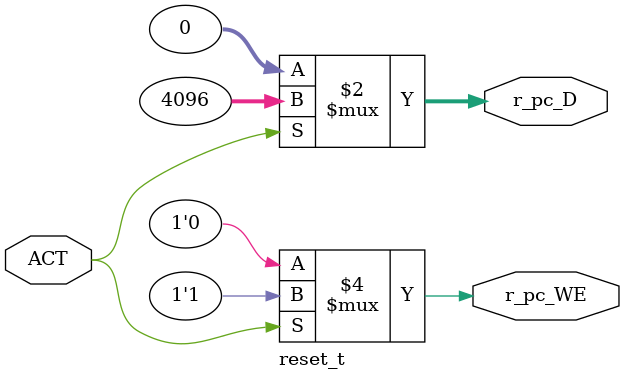
<source format=v>
/**
 *  Codasip s.r.o.
 * 
 *  CONFIDENTIAL
 * 
 *  Copyright 2024 Codasip s.r.o.
 * 
 *  All Rights Reserved.
 *  This file is part of the Codasip Studio product. No part of the Studio product, including this
 *  file, may be use, copied, modified, or distributed except in accordance with the terms contained
 *  in Codasip license agreement under which you obtained this file.
 * 
 *  \file
 *  \date    2024-04-23
 *  \author  Codasip (c) HW generator
 *  \version 9.4.2
 *  \brief   Contains module definition of the 'reset_t' functional unit.
 */

module reset_t(
    input  wire ACT,
    output wire [31:0] r_pc_D,
    output wire r_pc_WE
);
    // data-path code:
    // /home/project/superscalar/model/ca/events/ca_main_reset.codal:34:9
    // r_pc.write((int32)(0x1000));
    assign r_pc_D = (ACT == 1'b1) ? 32'h00001000 : 32'h00000000;
    // /home/project/superscalar/model/ca/events/ca_main_reset.codal:34:9
    // r_pc.write((int32)(0x1000));
    assign r_pc_WE = (ACT == 1'b1) ? 1'b1 : 1'b0;
endmodule // reset_t

</source>
